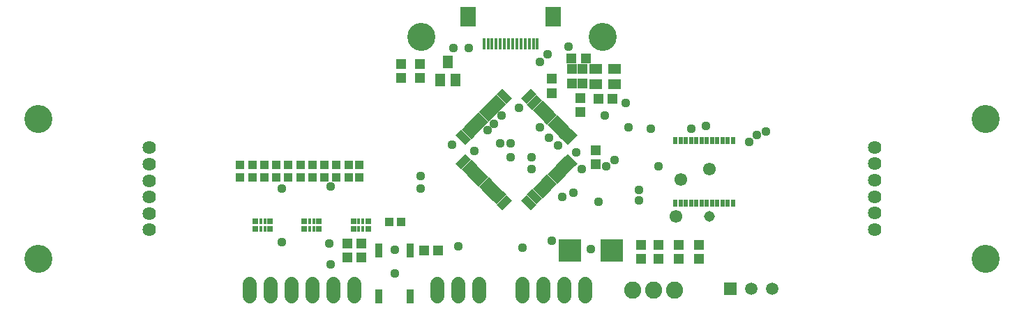
<source format=gts>
G75*
%MOIN*%
%OFA0B0*%
%FSLAX25Y25*%
%IPPOS*%
%LPD*%
%AMOC8*
5,1,8,0,0,1.08239X$1,22.5*
%
%ADD10C,0.13398*%
%ADD11R,0.02400X0.03800*%
%ADD12R,0.01900X0.06600*%
%ADD13R,0.05950X0.05950*%
%ADD14C,0.05950*%
%ADD15C,0.06800*%
%ADD16C,0.06400*%
%ADD17R,0.05918X0.05131*%
%ADD18R,0.04737X0.05131*%
%ADD19R,0.05131X0.04737*%
%ADD20R,0.04934X0.05052*%
%ADD21R,0.05052X0.04934*%
%ADD22R,0.10839X0.10643*%
%ADD23R,0.03800X0.06800*%
%ADD24R,0.03950X0.03950*%
%ADD25R,0.02867X0.02769*%
%ADD26R,0.01784X0.02769*%
%ADD27R,0.04737X0.06312*%
%ADD28R,0.01575X0.05512*%
%ADD29R,0.07480X0.09252*%
%ADD30C,0.08200*%
%ADD31C,0.04369*%
%ADD32C,0.05156*%
%ADD33C,0.06115*%
D10*
X0058587Y0042840D03*
X0058587Y0109769D03*
X0241657Y0149140D03*
X0328272Y0149140D03*
X0511343Y0109769D03*
X0511343Y0042840D03*
D11*
X0390477Y0069465D03*
X0387977Y0069465D03*
X0385477Y0069465D03*
X0382977Y0069465D03*
X0380477Y0069465D03*
X0377977Y0069465D03*
X0375477Y0069465D03*
X0372977Y0069465D03*
X0370477Y0069465D03*
X0367977Y0069465D03*
X0365477Y0069465D03*
X0362977Y0069465D03*
X0362977Y0099465D03*
X0365477Y0099465D03*
X0367977Y0099465D03*
X0370477Y0099465D03*
X0372977Y0099465D03*
X0375477Y0099465D03*
X0377977Y0099465D03*
X0380477Y0099465D03*
X0382977Y0099465D03*
X0385477Y0099465D03*
X0387977Y0099465D03*
X0390477Y0099465D03*
D12*
G36*
X0314804Y0103369D02*
X0316148Y0102025D01*
X0311482Y0097359D01*
X0310138Y0098703D01*
X0314804Y0103369D01*
G37*
G36*
X0313390Y0104784D02*
X0314734Y0103440D01*
X0310068Y0098774D01*
X0308724Y0100118D01*
X0313390Y0104784D01*
G37*
G36*
X0311976Y0106198D02*
X0313320Y0104854D01*
X0308654Y0100188D01*
X0307310Y0101532D01*
X0311976Y0106198D01*
G37*
G36*
X0310632Y0107541D02*
X0311976Y0106197D01*
X0307310Y0101531D01*
X0305966Y0102875D01*
X0310632Y0107541D01*
G37*
G36*
X0309218Y0108956D02*
X0310562Y0107612D01*
X0305896Y0102946D01*
X0304552Y0104290D01*
X0309218Y0108956D01*
G37*
G36*
X0307804Y0110370D02*
X0309148Y0109026D01*
X0304482Y0104360D01*
X0303138Y0105704D01*
X0307804Y0110370D01*
G37*
G36*
X0306461Y0111713D02*
X0307805Y0110369D01*
X0303139Y0105703D01*
X0301795Y0107047D01*
X0306461Y0111713D01*
G37*
G36*
X0305046Y0113128D02*
X0306390Y0111784D01*
X0301724Y0107118D01*
X0300380Y0108462D01*
X0305046Y0113128D01*
G37*
G36*
X0303632Y0114542D02*
X0304976Y0113198D01*
X0300310Y0108532D01*
X0298966Y0109876D01*
X0303632Y0114542D01*
G37*
G36*
X0302218Y0115956D02*
X0303562Y0114612D01*
X0298896Y0109946D01*
X0297552Y0111290D01*
X0302218Y0115956D01*
G37*
G36*
X0300874Y0117299D02*
X0302218Y0115955D01*
X0297552Y0111289D01*
X0296208Y0112633D01*
X0300874Y0117299D01*
G37*
G36*
X0299460Y0118714D02*
X0300804Y0117370D01*
X0296138Y0112704D01*
X0294794Y0114048D01*
X0299460Y0118714D01*
G37*
G36*
X0298046Y0120128D02*
X0299390Y0118784D01*
X0294724Y0114118D01*
X0293380Y0115462D01*
X0298046Y0120128D01*
G37*
G36*
X0296702Y0121471D02*
X0298046Y0120127D01*
X0293380Y0115461D01*
X0292036Y0116805D01*
X0296702Y0121471D01*
G37*
G36*
X0295288Y0122886D02*
X0296632Y0121542D01*
X0291966Y0116876D01*
X0290622Y0118220D01*
X0295288Y0122886D01*
G37*
G36*
X0293874Y0124300D02*
X0295218Y0122956D01*
X0290552Y0118290D01*
X0289208Y0119634D01*
X0293874Y0124300D01*
G37*
G36*
X0284894Y0119634D02*
X0283550Y0118290D01*
X0278884Y0122956D01*
X0280228Y0124300D01*
X0284894Y0119634D01*
G37*
G36*
X0283480Y0118220D02*
X0282136Y0116876D01*
X0277470Y0121542D01*
X0278814Y0122886D01*
X0283480Y0118220D01*
G37*
G36*
X0282066Y0116805D02*
X0280722Y0115461D01*
X0276056Y0120127D01*
X0277400Y0121471D01*
X0282066Y0116805D01*
G37*
G36*
X0280722Y0115462D02*
X0279378Y0114118D01*
X0274712Y0118784D01*
X0276056Y0120128D01*
X0280722Y0115462D01*
G37*
G36*
X0279308Y0114048D02*
X0277964Y0112704D01*
X0273298Y0117370D01*
X0274642Y0118714D01*
X0279308Y0114048D01*
G37*
G36*
X0277894Y0112633D02*
X0276550Y0111289D01*
X0271884Y0115955D01*
X0273228Y0117299D01*
X0277894Y0112633D01*
G37*
G36*
X0276550Y0111290D02*
X0275206Y0109946D01*
X0270540Y0114612D01*
X0271884Y0115956D01*
X0276550Y0111290D01*
G37*
G36*
X0275136Y0109876D02*
X0273792Y0108532D01*
X0269126Y0113198D01*
X0270470Y0114542D01*
X0275136Y0109876D01*
G37*
G36*
X0273722Y0108462D02*
X0272378Y0107118D01*
X0267712Y0111784D01*
X0269056Y0113128D01*
X0273722Y0108462D01*
G37*
G36*
X0272308Y0107047D02*
X0270964Y0105703D01*
X0266298Y0110369D01*
X0267642Y0111713D01*
X0272308Y0107047D01*
G37*
G36*
X0270964Y0105704D02*
X0269620Y0104360D01*
X0264954Y0109026D01*
X0266298Y0110370D01*
X0270964Y0105704D01*
G37*
G36*
X0269550Y0104290D02*
X0268206Y0102946D01*
X0263540Y0107612D01*
X0264884Y0108956D01*
X0269550Y0104290D01*
G37*
G36*
X0268136Y0102875D02*
X0266792Y0101531D01*
X0262126Y0106197D01*
X0263470Y0107541D01*
X0268136Y0102875D01*
G37*
G36*
X0266792Y0101532D02*
X0265448Y0100188D01*
X0260782Y0104854D01*
X0262126Y0106198D01*
X0266792Y0101532D01*
G37*
G36*
X0265378Y0100118D02*
X0264034Y0098774D01*
X0259368Y0103440D01*
X0260712Y0104784D01*
X0265378Y0100118D01*
G37*
G36*
X0263964Y0098703D02*
X0262620Y0097359D01*
X0257954Y0102025D01*
X0259298Y0103369D01*
X0263964Y0098703D01*
G37*
G36*
X0262620Y0093046D02*
X0263964Y0091702D01*
X0259298Y0087036D01*
X0257954Y0088380D01*
X0262620Y0093046D01*
G37*
G36*
X0264034Y0091631D02*
X0265378Y0090287D01*
X0260712Y0085621D01*
X0259368Y0086965D01*
X0264034Y0091631D01*
G37*
G36*
X0265448Y0090217D02*
X0266792Y0088873D01*
X0262126Y0084207D01*
X0260782Y0085551D01*
X0265448Y0090217D01*
G37*
G36*
X0266792Y0088874D02*
X0268136Y0087530D01*
X0263470Y0082864D01*
X0262126Y0084208D01*
X0266792Y0088874D01*
G37*
G36*
X0268206Y0087460D02*
X0269550Y0086116D01*
X0264884Y0081450D01*
X0263540Y0082794D01*
X0268206Y0087460D01*
G37*
G36*
X0269620Y0086045D02*
X0270964Y0084701D01*
X0266298Y0080035D01*
X0264954Y0081379D01*
X0269620Y0086045D01*
G37*
G36*
X0270964Y0084702D02*
X0272308Y0083358D01*
X0267642Y0078692D01*
X0266298Y0080036D01*
X0270964Y0084702D01*
G37*
G36*
X0272378Y0083288D02*
X0273722Y0081944D01*
X0269056Y0077278D01*
X0267712Y0078622D01*
X0272378Y0083288D01*
G37*
G36*
X0273792Y0081873D02*
X0275136Y0080529D01*
X0270470Y0075863D01*
X0269126Y0077207D01*
X0273792Y0081873D01*
G37*
G36*
X0275206Y0080459D02*
X0276550Y0079115D01*
X0271884Y0074449D01*
X0270540Y0075793D01*
X0275206Y0080459D01*
G37*
G36*
X0276550Y0079116D02*
X0277894Y0077772D01*
X0273228Y0073106D01*
X0271884Y0074450D01*
X0276550Y0079116D01*
G37*
G36*
X0277964Y0077701D02*
X0279308Y0076357D01*
X0274642Y0071691D01*
X0273298Y0073035D01*
X0277964Y0077701D01*
G37*
G36*
X0279378Y0076287D02*
X0280722Y0074943D01*
X0276056Y0070277D01*
X0274712Y0071621D01*
X0279378Y0076287D01*
G37*
G36*
X0280722Y0074944D02*
X0282066Y0073600D01*
X0277400Y0068934D01*
X0276056Y0070278D01*
X0280722Y0074944D01*
G37*
G36*
X0282136Y0073530D02*
X0283480Y0072186D01*
X0278814Y0067520D01*
X0277470Y0068864D01*
X0282136Y0073530D01*
G37*
G36*
X0283550Y0072115D02*
X0284894Y0070771D01*
X0280228Y0066105D01*
X0278884Y0067449D01*
X0283550Y0072115D01*
G37*
G36*
X0295218Y0067449D02*
X0293874Y0066105D01*
X0289208Y0070771D01*
X0290552Y0072115D01*
X0295218Y0067449D01*
G37*
G36*
X0296632Y0068864D02*
X0295288Y0067520D01*
X0290622Y0072186D01*
X0291966Y0073530D01*
X0296632Y0068864D01*
G37*
G36*
X0298046Y0070278D02*
X0296702Y0068934D01*
X0292036Y0073600D01*
X0293380Y0074944D01*
X0298046Y0070278D01*
G37*
G36*
X0299390Y0071621D02*
X0298046Y0070277D01*
X0293380Y0074943D01*
X0294724Y0076287D01*
X0299390Y0071621D01*
G37*
G36*
X0300804Y0073035D02*
X0299460Y0071691D01*
X0294794Y0076357D01*
X0296138Y0077701D01*
X0300804Y0073035D01*
G37*
G36*
X0302218Y0074450D02*
X0300874Y0073106D01*
X0296208Y0077772D01*
X0297552Y0079116D01*
X0302218Y0074450D01*
G37*
G36*
X0303562Y0075793D02*
X0302218Y0074449D01*
X0297552Y0079115D01*
X0298896Y0080459D01*
X0303562Y0075793D01*
G37*
G36*
X0304976Y0077207D02*
X0303632Y0075863D01*
X0298966Y0080529D01*
X0300310Y0081873D01*
X0304976Y0077207D01*
G37*
G36*
X0306390Y0078622D02*
X0305046Y0077278D01*
X0300380Y0081944D01*
X0301724Y0083288D01*
X0306390Y0078622D01*
G37*
G36*
X0307805Y0080036D02*
X0306461Y0078692D01*
X0301795Y0083358D01*
X0303139Y0084702D01*
X0307805Y0080036D01*
G37*
G36*
X0309148Y0081379D02*
X0307804Y0080035D01*
X0303138Y0084701D01*
X0304482Y0086045D01*
X0309148Y0081379D01*
G37*
G36*
X0310562Y0082794D02*
X0309218Y0081450D01*
X0304552Y0086116D01*
X0305896Y0087460D01*
X0310562Y0082794D01*
G37*
G36*
X0311976Y0084208D02*
X0310632Y0082864D01*
X0305966Y0087530D01*
X0307310Y0088874D01*
X0311976Y0084208D01*
G37*
G36*
X0313320Y0085551D02*
X0311976Y0084207D01*
X0307310Y0088873D01*
X0308654Y0090217D01*
X0313320Y0085551D01*
G37*
G36*
X0314734Y0086965D02*
X0313390Y0085621D01*
X0308724Y0090287D01*
X0310068Y0091631D01*
X0314734Y0086965D01*
G37*
G36*
X0316148Y0088380D02*
X0314804Y0087036D01*
X0310138Y0091702D01*
X0311482Y0093046D01*
X0316148Y0088380D01*
G37*
D13*
X0389095Y0028424D03*
D14*
X0399095Y0028424D03*
X0409095Y0028424D03*
D15*
X0320055Y0030708D02*
X0320055Y0024708D01*
X0310055Y0024708D02*
X0310055Y0030708D01*
X0300055Y0030708D02*
X0300055Y0024708D01*
X0290055Y0024708D02*
X0290055Y0030708D01*
X0269338Y0030675D02*
X0269338Y0024675D01*
X0259338Y0024675D02*
X0259338Y0030675D01*
X0249338Y0030675D02*
X0249338Y0024675D01*
X0209524Y0024655D02*
X0209524Y0030655D01*
X0199524Y0030655D02*
X0199524Y0024655D01*
X0189524Y0024655D02*
X0189524Y0030655D01*
X0179524Y0030655D02*
X0179524Y0024655D01*
X0169524Y0024655D02*
X0169524Y0030655D01*
X0159524Y0030655D02*
X0159524Y0024655D01*
D16*
X0111410Y0056537D03*
X0111410Y0064411D03*
X0111410Y0072285D03*
X0111410Y0080159D03*
X0111410Y0088033D03*
X0111410Y0095907D03*
X0458315Y0096078D03*
X0458315Y0088204D03*
X0458315Y0080330D03*
X0458315Y0072456D03*
X0458315Y0064582D03*
X0458315Y0056708D03*
D17*
X0333885Y0126486D03*
X0324829Y0126486D03*
X0324829Y0133573D03*
X0333885Y0133573D03*
D18*
X0332818Y0119475D03*
X0326125Y0119475D03*
X0249429Y0046659D03*
X0242736Y0046659D03*
X0212858Y0043224D03*
X0206165Y0043224D03*
D19*
X0346611Y0042764D03*
X0355008Y0042796D03*
X0364529Y0042764D03*
X0374141Y0042782D03*
X0374141Y0049475D03*
X0364529Y0049457D03*
X0355008Y0049489D03*
X0346611Y0049457D03*
X0324850Y0087991D03*
X0324850Y0094684D03*
X0317460Y0112942D03*
X0317460Y0119635D03*
X0240821Y0129331D03*
X0231886Y0129339D03*
X0231886Y0136032D03*
X0240821Y0136024D03*
D20*
X0313356Y0138844D03*
X0320245Y0138844D03*
X0213050Y0049905D03*
X0206160Y0049905D03*
D21*
X0304050Y0122115D03*
X0313670Y0126770D03*
X0318726Y0126770D03*
X0304050Y0129005D03*
X0313670Y0133659D03*
X0318726Y0133660D03*
D22*
X0312641Y0046772D03*
X0332523Y0046772D03*
D23*
X0236119Y0046714D03*
X0221119Y0046714D03*
X0221119Y0024714D03*
X0236119Y0024714D03*
D24*
X0232056Y0060365D03*
X0226151Y0060365D03*
X0212041Y0081807D03*
X0206795Y0081807D03*
X0201047Y0081807D03*
X0195299Y0081807D03*
X0189551Y0081807D03*
X0183803Y0081807D03*
X0178055Y0081807D03*
X0172307Y0081807D03*
X0166559Y0081807D03*
X0160811Y0081807D03*
X0155063Y0081807D03*
X0155063Y0087712D03*
X0160811Y0087712D03*
X0166559Y0087712D03*
X0172307Y0087712D03*
X0178055Y0087712D03*
X0183803Y0087712D03*
X0189551Y0087712D03*
X0195299Y0087712D03*
X0201047Y0087712D03*
X0206795Y0087712D03*
X0212041Y0087712D03*
D25*
X0209271Y0060680D03*
X0209271Y0057137D03*
X0216160Y0057137D03*
X0216160Y0060680D03*
X0192533Y0060680D03*
X0192533Y0057137D03*
X0185644Y0057137D03*
X0185644Y0060680D03*
X0169281Y0060680D03*
X0162391Y0060680D03*
X0162391Y0057137D03*
X0169281Y0057137D03*
D26*
X0166820Y0057137D03*
X0164851Y0057137D03*
X0164851Y0060680D03*
X0166820Y0060680D03*
X0188104Y0060680D03*
X0190073Y0060680D03*
X0190073Y0057137D03*
X0188104Y0057137D03*
X0211731Y0057137D03*
X0213700Y0057137D03*
X0213700Y0060680D03*
X0211731Y0060680D03*
D27*
X0250399Y0128281D03*
X0257880Y0128281D03*
X0254140Y0136943D03*
D28*
X0271461Y0145793D03*
X0273429Y0145793D03*
X0275398Y0145793D03*
X0277366Y0145793D03*
X0279335Y0145793D03*
X0281303Y0145793D03*
X0283272Y0145793D03*
X0285240Y0145793D03*
X0287209Y0145793D03*
X0289177Y0145793D03*
X0291146Y0145793D03*
X0293114Y0145793D03*
X0295083Y0145793D03*
X0297051Y0145793D03*
D29*
X0304531Y0158588D03*
X0263980Y0158588D03*
D30*
X0342566Y0027713D03*
X0352566Y0027713D03*
X0362566Y0027713D03*
D31*
X0322499Y0047530D03*
X0303749Y0051280D03*
X0289999Y0048155D03*
X0259374Y0048780D03*
X0228749Y0046905D03*
X0198124Y0040030D03*
X0228749Y0035655D03*
X0197499Y0050030D03*
X0174999Y0050655D03*
X0174999Y0076280D03*
X0198124Y0077530D03*
X0241249Y0076280D03*
X0241249Y0082530D03*
X0266874Y0094405D03*
X0256249Y0097530D03*
X0273124Y0104405D03*
X0276249Y0107530D03*
X0279999Y0111280D03*
X0288124Y0115030D03*
X0298124Y0105655D03*
X0302499Y0100655D03*
X0306874Y0096905D03*
X0315624Y0093780D03*
X0333749Y0090030D03*
X0329999Y0086905D03*
X0318124Y0085655D03*
X0294374Y0085655D03*
X0294374Y0091280D03*
X0284374Y0091280D03*
X0284374Y0098155D03*
X0279374Y0098155D03*
X0329374Y0111280D03*
X0340624Y0105655D03*
X0351249Y0105030D03*
X0370624Y0105030D03*
X0377499Y0106280D03*
X0398124Y0098780D03*
X0401874Y0101905D03*
X0406249Y0103780D03*
X0354999Y0086905D03*
X0345624Y0075655D03*
X0345624Y0070655D03*
X0326249Y0070030D03*
X0314374Y0074405D03*
X0308749Y0072530D03*
X0339374Y0117530D03*
X0298124Y0136905D03*
X0301874Y0140655D03*
X0311874Y0144405D03*
X0264374Y0143780D03*
X0256874Y0143780D03*
D32*
X0379374Y0063155D03*
D33*
X0363124Y0063155D03*
X0365624Y0080655D03*
X0379374Y0085655D03*
M02*

</source>
